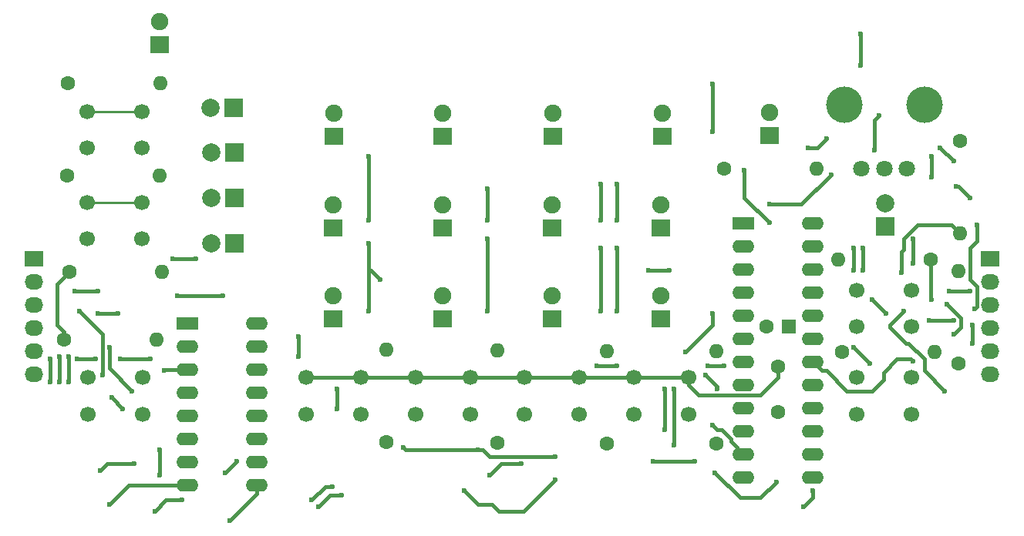
<source format=gbr>
G04 #@! TF.FileFunction,Copper,L1,Top,Signal*
%FSLAX46Y46*%
G04 Gerber Fmt 4.6, Leading zero omitted, Abs format (unit mm)*
G04 Created by KiCad (PCBNEW 4.0.7) date Saturday, 20 '20e' October '20e' 2018 20:36:37*
%MOMM*%
%LPD*%
G01*
G04 APERTURE LIST*
%ADD10C,0.500000*%
%ADD11R,2.400000X1.400000*%
%ADD12O,2.400000X1.400000*%
%ADD13C,1.600000*%
%ADD14R,1.600000X1.600000*%
%ADD15R,2.000000X1.900000*%
%ADD16C,1.900000*%
%ADD17R,2.000000X2.000000*%
%ADD18C,2.000000*%
%ADD19R,2.032000X1.727200*%
%ADD20O,2.032000X1.727200*%
%ADD21O,1.600000X1.600000*%
%ADD22C,1.800000*%
%ADD23C,4.000000*%
%ADD24C,1.700000*%
%ADD25C,0.600000*%
%ADD26C,0.400000*%
%ADD27C,0.250000*%
G04 APERTURE END LIST*
D10*
D11*
X109150000Y-83300000D03*
D12*
X116770000Y-111240000D03*
X109150000Y-85840000D03*
X116770000Y-108700000D03*
X109150000Y-88380000D03*
X116770000Y-106160000D03*
X109150000Y-90920000D03*
X116770000Y-103620000D03*
X109150000Y-93460000D03*
X116770000Y-101080000D03*
X109150000Y-96000000D03*
X116770000Y-98540000D03*
X109150000Y-98540000D03*
X116770000Y-96000000D03*
X109150000Y-101080000D03*
X116770000Y-93460000D03*
X109150000Y-103620000D03*
X116770000Y-90920000D03*
X109150000Y-106160000D03*
X116770000Y-88380000D03*
X109150000Y-108700000D03*
X116770000Y-85840000D03*
X109150000Y-111240000D03*
X116770000Y-83300000D03*
D11*
X48100000Y-94300000D03*
D12*
X55720000Y-112080000D03*
X48100000Y-96840000D03*
X55720000Y-109540000D03*
X48100000Y-99380000D03*
X55720000Y-107000000D03*
X48100000Y-101920000D03*
X55720000Y-104460000D03*
X48100000Y-104460000D03*
X55720000Y-101920000D03*
X48100000Y-107000000D03*
X55720000Y-99380000D03*
X48100000Y-109540000D03*
X55720000Y-96840000D03*
X48100000Y-112080000D03*
X55720000Y-94300000D03*
D13*
X112950000Y-99100000D03*
X112950000Y-104100000D03*
D14*
X114150000Y-94700000D03*
D13*
X111650000Y-94700000D03*
D15*
X45000000Y-63650000D03*
D16*
X45000000Y-61110000D03*
D17*
X53200000Y-70650000D03*
D18*
X50660000Y-70650000D03*
D17*
X53250000Y-75550000D03*
D18*
X50710000Y-75550000D03*
D17*
X53250000Y-80550000D03*
D18*
X50710000Y-80550000D03*
D17*
X53250000Y-85550000D03*
D18*
X50710000Y-85550000D03*
D17*
X124700000Y-83700000D03*
D18*
X124700000Y-81160000D03*
D15*
X64200000Y-73800000D03*
D16*
X64200000Y-71260000D03*
D15*
X64100000Y-83800000D03*
D16*
X64100000Y-81260000D03*
D15*
X64100000Y-93800000D03*
D16*
X64100000Y-91260000D03*
D15*
X76100000Y-73800000D03*
D16*
X76100000Y-71260000D03*
D15*
X76100000Y-83800000D03*
D16*
X76100000Y-81260000D03*
D15*
X76100000Y-93800000D03*
D16*
X76100000Y-91260000D03*
D15*
X88200000Y-73800000D03*
D16*
X88200000Y-71260000D03*
D15*
X88100000Y-83800000D03*
D16*
X88100000Y-81260000D03*
D15*
X88100000Y-93800000D03*
D16*
X88100000Y-91260000D03*
D15*
X100200000Y-73800000D03*
D16*
X100200000Y-71260000D03*
D15*
X100100000Y-83800000D03*
D16*
X100100000Y-81260000D03*
D15*
X100100000Y-93800000D03*
D16*
X100100000Y-91260000D03*
D15*
X112000000Y-73700000D03*
D16*
X112000000Y-71160000D03*
D19*
X31200000Y-87250000D03*
D20*
X31200000Y-89790000D03*
X31200000Y-92330000D03*
X31200000Y-94870000D03*
X31200000Y-97410000D03*
X31200000Y-99950000D03*
D19*
X136250000Y-87250000D03*
D20*
X136250000Y-89790000D03*
X136250000Y-92330000D03*
X136250000Y-94870000D03*
X136250000Y-97410000D03*
X136250000Y-99950000D03*
D13*
X34900000Y-78050000D03*
D21*
X45060000Y-78050000D03*
D13*
X35150000Y-88650000D03*
D21*
X45310000Y-88650000D03*
D13*
X34550000Y-96100000D03*
D21*
X44710000Y-96100000D03*
D13*
X69950000Y-107350000D03*
D21*
X69950000Y-97190000D03*
D13*
X34950000Y-67900000D03*
D21*
X45110000Y-67900000D03*
D13*
X82150000Y-107500000D03*
D21*
X82150000Y-97340000D03*
D13*
X129700000Y-87300000D03*
D21*
X119540000Y-87300000D03*
D13*
X94150000Y-107550000D03*
D21*
X94150000Y-97390000D03*
D13*
X106150000Y-107550000D03*
D21*
X106150000Y-97390000D03*
D13*
X132750000Y-98700000D03*
D21*
X132750000Y-88540000D03*
D13*
X119950000Y-97500000D03*
D21*
X130110000Y-97500000D03*
D13*
X132950000Y-74300000D03*
D21*
X132950000Y-84460000D03*
D13*
X107000000Y-77300000D03*
D21*
X117160000Y-77300000D03*
D22*
X122100000Y-77300000D03*
X124600000Y-77300000D03*
X127100000Y-77300000D03*
D23*
X120200000Y-70300000D03*
X129000000Y-70300000D03*
D24*
X43100000Y-75050000D03*
X37100000Y-75050000D03*
X43100000Y-71050000D03*
X37100000Y-71050000D03*
X43100000Y-85050000D03*
X37100000Y-85050000D03*
X43100000Y-81050000D03*
X37100000Y-81050000D03*
X43150000Y-104300000D03*
X37150000Y-104300000D03*
X43150000Y-100300000D03*
X37150000Y-100300000D03*
X67150000Y-104300000D03*
X61150000Y-104300000D03*
X67150000Y-100300000D03*
X61150000Y-100300000D03*
X79150000Y-104300000D03*
X73150000Y-104300000D03*
X79150000Y-100300000D03*
X73150000Y-100300000D03*
X127550000Y-94700000D03*
X121550000Y-94700000D03*
X127550000Y-90700000D03*
X121550000Y-90700000D03*
X91100000Y-104300000D03*
X85100000Y-104300000D03*
X91100000Y-100300000D03*
X85100000Y-100300000D03*
X103100000Y-104300000D03*
X97100000Y-104300000D03*
X103100000Y-100300000D03*
X97100000Y-100300000D03*
X127550000Y-104300000D03*
X121550000Y-104300000D03*
X127550000Y-100300000D03*
X121550000Y-100300000D03*
D25*
X134000000Y-90750000D03*
X131750000Y-90750000D03*
X129750000Y-78250000D03*
X129750000Y-76000000D03*
X122000000Y-62500000D03*
X122000000Y-66000000D03*
X131250000Y-101750000D03*
X126750000Y-93000000D03*
X129750000Y-91750000D03*
X123500000Y-75250000D03*
X124000000Y-71500000D03*
X105750000Y-68000000D03*
X105750000Y-73250000D03*
X109250000Y-77500000D03*
X112000000Y-83250000D03*
X112750000Y-111750000D03*
X106000000Y-110750000D03*
X103750000Y-109500000D03*
X99250000Y-109500000D03*
X80000000Y-108250000D03*
X71750000Y-108000000D03*
X88500000Y-109000000D03*
X39500000Y-114250000D03*
X132250000Y-94000000D03*
X129500000Y-94000000D03*
X116250000Y-75000000D03*
X118250000Y-74000000D03*
X130750000Y-75000000D03*
X132250000Y-76500000D03*
X132500000Y-79250000D03*
X134000000Y-80500000D03*
X134750000Y-83500000D03*
X134500000Y-92750000D03*
X134250000Y-94500000D03*
X134250000Y-96500000D03*
X84750000Y-109750000D03*
X81250000Y-111000000D03*
X65000000Y-113250000D03*
X62500000Y-114500000D03*
X45000000Y-111000000D03*
X45000000Y-108250000D03*
X42000000Y-101750000D03*
X39500000Y-97000000D03*
X38250000Y-90750000D03*
X35750000Y-90750000D03*
X116750000Y-112750000D03*
X115750000Y-114500000D03*
X41000000Y-103750000D03*
X39750000Y-102500000D03*
X38750000Y-100000000D03*
X36250000Y-93000000D03*
X105750000Y-93250000D03*
X102750000Y-97500000D03*
X101500000Y-101500000D03*
X101500000Y-107750000D03*
X88500000Y-111500000D03*
X78500000Y-112750000D03*
X64000000Y-112250000D03*
X61750000Y-113750000D03*
X47500000Y-113750000D03*
X44500000Y-115000000D03*
X35000000Y-100750000D03*
X35000000Y-98000000D03*
X34000000Y-98000000D03*
X34000000Y-100750000D03*
X38500000Y-110500000D03*
X42250000Y-109750000D03*
X52250000Y-110750000D03*
X53500000Y-109500000D03*
X33000000Y-98250000D03*
X33000000Y-100750000D03*
X52750000Y-116000000D03*
X52000000Y-91250000D03*
X47000000Y-91250000D03*
X40500000Y-93250000D03*
X38250000Y-93250000D03*
X126500000Y-88750000D03*
X61150000Y-100300000D03*
X60250000Y-95750000D03*
X60250000Y-98000000D03*
X123000000Y-98750000D03*
X121250000Y-97000000D03*
X36000000Y-98250000D03*
X38000000Y-98250000D03*
X40750000Y-98250000D03*
X44000000Y-98250000D03*
X45500000Y-99500000D03*
X118750000Y-78000000D03*
X112000000Y-81250000D03*
X101000000Y-88500000D03*
X98750000Y-88500000D03*
X69250000Y-89500000D03*
X105750000Y-105500000D03*
X100500000Y-106000000D03*
X100500000Y-101500000D03*
X95250000Y-99000000D03*
X93000000Y-99000000D03*
X68000000Y-93000000D03*
X68000000Y-85500000D03*
X68000000Y-83000000D03*
X68000000Y-76000000D03*
X106250000Y-101500000D03*
X105000000Y-100000000D03*
X81000000Y-93000000D03*
X81000000Y-85000000D03*
X81000000Y-83000000D03*
X81000000Y-79500000D03*
X107000000Y-99000000D03*
X105250000Y-99000000D03*
X93500000Y-93000000D03*
X93500000Y-86000000D03*
X93500000Y-83000000D03*
X93500000Y-79000000D03*
X95250000Y-93000000D03*
X95250000Y-86000000D03*
X95250000Y-83000000D03*
X95250000Y-79000000D03*
X132250000Y-95500000D03*
X131500000Y-92250000D03*
X127750000Y-87750000D03*
X127750000Y-85000000D03*
X124750000Y-93250000D03*
X123250000Y-91750000D03*
X122250000Y-88500000D03*
X122250000Y-86000000D03*
X121250000Y-88500000D03*
X121250000Y-86000000D03*
X127750000Y-98500000D03*
X46500000Y-87250000D03*
X49000000Y-87250000D03*
X64500000Y-101500000D03*
X64500000Y-103750000D03*
D26*
X134000000Y-90750000D02*
X131750000Y-90750000D01*
X129750000Y-78250000D02*
X129750000Y-76000000D01*
X34550000Y-96100000D02*
X34550000Y-95300000D01*
X34550000Y-95300000D02*
X33750000Y-94500000D01*
X33750000Y-90050000D02*
X35150000Y-88650000D01*
X33750000Y-94500000D02*
X33750000Y-90050000D01*
X122000000Y-66000000D02*
X122000000Y-62500000D01*
X129700000Y-87300000D02*
X129700000Y-91700000D01*
X129000000Y-99500000D02*
X131250000Y-101750000D01*
X129000000Y-98250000D02*
X129000000Y-99500000D01*
X127250000Y-96500000D02*
X129000000Y-98250000D01*
X127000000Y-96500000D02*
X127250000Y-96500000D01*
X125250000Y-94750000D02*
X127000000Y-96500000D01*
X125250000Y-94500000D02*
X125250000Y-94750000D01*
X126750000Y-93000000D02*
X125250000Y-94500000D01*
X129700000Y-91700000D02*
X129750000Y-91750000D01*
X123500000Y-72000000D02*
X123500000Y-75250000D01*
X124000000Y-71500000D02*
X123500000Y-72000000D01*
X105750000Y-73250000D02*
X105750000Y-68000000D01*
X109250000Y-80500000D02*
X109250000Y-77500000D01*
X112000000Y-83250000D02*
X109250000Y-80500000D01*
X111000000Y-113500000D02*
X112750000Y-111750000D01*
X108750000Y-113500000D02*
X111000000Y-113500000D01*
X106000000Y-110750000D02*
X108750000Y-113500000D01*
X103750000Y-109500000D02*
X99250000Y-109500000D01*
X80000000Y-108250000D02*
X80500000Y-108250000D01*
X72000000Y-108250000D02*
X80000000Y-108250000D01*
X71750000Y-108000000D02*
X72000000Y-108250000D01*
X81250000Y-109000000D02*
X88500000Y-109000000D01*
X80500000Y-108250000D02*
X81250000Y-109000000D01*
X48100000Y-112080000D02*
X41670000Y-112080000D01*
X41670000Y-112080000D02*
X39500000Y-114250000D01*
X129500000Y-94000000D02*
X132250000Y-94000000D01*
X117250000Y-75000000D02*
X116250000Y-75000000D01*
X118250000Y-74000000D02*
X117250000Y-75000000D01*
X132250000Y-76500000D02*
X130750000Y-75000000D01*
X132750000Y-79250000D02*
X132500000Y-79250000D01*
X134000000Y-80500000D02*
X132750000Y-79250000D01*
X134750000Y-85250000D02*
X134750000Y-83500000D01*
X134000000Y-86000000D02*
X134750000Y-85250000D01*
X134000000Y-89500000D02*
X134000000Y-86000000D01*
X134750000Y-90250000D02*
X134000000Y-89500000D01*
X134750000Y-92500000D02*
X134750000Y-90250000D01*
X134500000Y-92750000D02*
X134750000Y-92500000D01*
X134250000Y-96500000D02*
X134250000Y-94500000D01*
X82500000Y-109750000D02*
X84750000Y-109750000D01*
X81250000Y-111000000D02*
X82500000Y-109750000D01*
X63750000Y-113250000D02*
X65000000Y-113250000D01*
X62500000Y-114500000D02*
X63750000Y-113250000D01*
X45000000Y-108250000D02*
X45000000Y-111000000D01*
X39500000Y-99250000D02*
X42000000Y-101750000D01*
X39500000Y-97000000D02*
X39500000Y-99250000D01*
X35750000Y-90750000D02*
X38250000Y-90750000D01*
X116750000Y-113500000D02*
X116750000Y-112750000D01*
X115750000Y-114500000D02*
X116750000Y-113500000D01*
X39750000Y-102500000D02*
X41000000Y-103750000D01*
X38750000Y-95500000D02*
X38750000Y-100000000D01*
X36250000Y-93000000D02*
X38750000Y-95500000D01*
X105750000Y-94500000D02*
X105750000Y-93250000D01*
X102750000Y-97500000D02*
X105750000Y-94500000D01*
X101500000Y-107750000D02*
X101500000Y-101500000D01*
X85000000Y-115000000D02*
X88500000Y-111500000D01*
X82250000Y-115000000D02*
X85000000Y-115000000D01*
X81500000Y-114250000D02*
X82250000Y-115000000D01*
X80000000Y-114250000D02*
X81500000Y-114250000D01*
X78500000Y-112750000D02*
X80000000Y-114250000D01*
X63250000Y-112250000D02*
X64000000Y-112250000D01*
X61750000Y-113750000D02*
X63250000Y-112250000D01*
X45750000Y-113750000D02*
X47500000Y-113750000D01*
X44500000Y-115000000D02*
X45750000Y-113750000D01*
X35000000Y-98000000D02*
X35000000Y-100750000D01*
X34000000Y-98000000D02*
X34000000Y-100750000D01*
X38500000Y-110500000D02*
X39250000Y-109750000D01*
X39250000Y-109750000D02*
X42250000Y-109750000D01*
X52250000Y-110750000D02*
X53500000Y-109500000D01*
X33000000Y-98250000D02*
X33000000Y-100750000D01*
X52750000Y-116000000D02*
X55720000Y-113030000D01*
X55720000Y-113030000D02*
X55720000Y-112080000D01*
X47000000Y-91250000D02*
X52000000Y-91250000D01*
X38250000Y-93250000D02*
X40500000Y-93250000D01*
D27*
X37100000Y-81050000D02*
X43100000Y-81050000D01*
X37100000Y-71050000D02*
X43100000Y-71050000D01*
D26*
X103100000Y-100300000D02*
X103100000Y-101100000D01*
X103100000Y-101100000D02*
X104250000Y-102250000D01*
X112950000Y-100300000D02*
X112950000Y-99100000D01*
X111000000Y-102250000D02*
X112950000Y-100300000D01*
X104250000Y-102250000D02*
X111000000Y-102250000D01*
X126500000Y-88750000D02*
X126500000Y-86500000D01*
X126500000Y-86500000D02*
X126750000Y-86250000D01*
X126750000Y-86250000D02*
X126750000Y-85000000D01*
X126750000Y-85000000D02*
X128250000Y-83500000D01*
X128250000Y-83500000D02*
X131990000Y-83500000D01*
X131990000Y-83500000D02*
X132950000Y-84460000D01*
X73150000Y-100300000D02*
X79150000Y-100300000D01*
X79150000Y-100300000D02*
X85100000Y-100300000D01*
X85100000Y-100300000D02*
X91100000Y-100300000D01*
X91100000Y-100300000D02*
X97100000Y-100300000D01*
X97100000Y-100300000D02*
X103100000Y-100300000D01*
X67150000Y-100300000D02*
X73150000Y-100300000D01*
X61150000Y-100300000D02*
X67150000Y-100300000D01*
X60250000Y-98000000D02*
X60250000Y-95750000D01*
X123000000Y-98750000D02*
X121250000Y-97000000D01*
X48100000Y-99380000D02*
X45620000Y-99380000D01*
X38000000Y-98250000D02*
X36000000Y-98250000D01*
X44000000Y-98250000D02*
X40750000Y-98250000D01*
X45620000Y-99380000D02*
X45500000Y-99500000D01*
X118750000Y-78000000D02*
X115500000Y-81250000D01*
X115500000Y-81250000D02*
X112000000Y-81250000D01*
X101000000Y-88500000D02*
X98750000Y-88500000D01*
X69250000Y-89500000D02*
X68250000Y-88500000D01*
X68250000Y-88500000D02*
X68000000Y-88500000D01*
X107750000Y-107300000D02*
X109150000Y-108700000D01*
X107750000Y-107000000D02*
X107750000Y-107300000D01*
X106750000Y-106000000D02*
X107750000Y-107000000D01*
X106250000Y-106000000D02*
X106750000Y-106000000D01*
X105750000Y-105500000D02*
X106250000Y-106000000D01*
X100500000Y-101500000D02*
X100500000Y-106000000D01*
X93000000Y-99000000D02*
X95250000Y-99000000D01*
X68000000Y-85500000D02*
X68000000Y-88500000D01*
X68000000Y-88500000D02*
X68000000Y-93000000D01*
X68000000Y-76000000D02*
X68000000Y-83000000D01*
X106250000Y-101250000D02*
X106250000Y-101500000D01*
X105000000Y-100000000D02*
X106250000Y-101250000D01*
X81000000Y-85000000D02*
X81000000Y-93000000D01*
X81000000Y-79500000D02*
X81000000Y-83000000D01*
X105250000Y-99000000D02*
X107000000Y-99000000D01*
X93500000Y-86000000D02*
X93500000Y-93000000D01*
X93500000Y-79000000D02*
X93500000Y-83000000D01*
X95250000Y-86000000D02*
X95250000Y-93000000D01*
X95250000Y-79000000D02*
X95250000Y-83000000D01*
X133000000Y-94750000D02*
X132250000Y-95500000D01*
X133000000Y-93750000D02*
X133000000Y-94750000D01*
X131500000Y-92250000D02*
X133000000Y-93750000D01*
X127750000Y-85000000D02*
X127750000Y-87750000D01*
X123250000Y-91750000D02*
X124750000Y-93250000D01*
X122250000Y-86000000D02*
X122250000Y-88500000D01*
X121250000Y-86000000D02*
X121250000Y-88500000D01*
X127750000Y-98500000D02*
X127500000Y-98250000D01*
X127500000Y-98250000D02*
X126000000Y-98250000D01*
X126000000Y-98250000D02*
X124500000Y-99750000D01*
X124500000Y-99750000D02*
X124500000Y-100500000D01*
X124500000Y-100500000D02*
X123250000Y-101750000D01*
X123250000Y-101750000D02*
X120500000Y-101750000D01*
X120500000Y-101750000D02*
X118250000Y-99500000D01*
X118250000Y-99500000D02*
X117730000Y-99500000D01*
X117730000Y-99500000D02*
X116770000Y-98540000D01*
X49000000Y-87250000D02*
X46500000Y-87250000D01*
X64500000Y-103750000D02*
X64500000Y-101500000D01*
M02*

</source>
